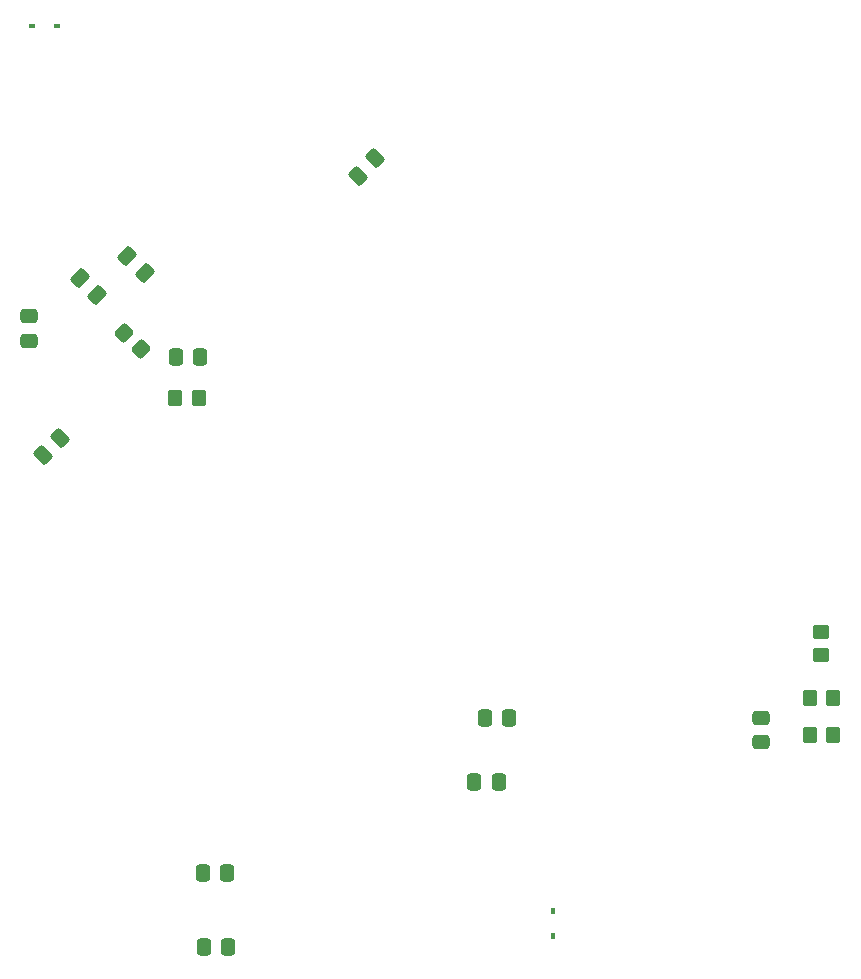
<source format=gbr>
%TF.GenerationSoftware,KiCad,Pcbnew,(6.0.4)*%
%TF.CreationDate,2023-03-10T14:52:47-05:00*%
%TF.ProjectId,cc_pcbRedo,63635f70-6362-4526-9564-6f2e6b696361,rev?*%
%TF.SameCoordinates,Original*%
%TF.FileFunction,Paste,Bot*%
%TF.FilePolarity,Positive*%
%FSLAX46Y46*%
G04 Gerber Fmt 4.6, Leading zero omitted, Abs format (unit mm)*
G04 Created by KiCad (PCBNEW (6.0.4)) date 2023-03-10 14:52:47*
%MOMM*%
%LPD*%
G01*
G04 APERTURE LIST*
G04 Aperture macros list*
%AMRoundRect*
0 Rectangle with rounded corners*
0 $1 Rounding radius*
0 $2 $3 $4 $5 $6 $7 $8 $9 X,Y pos of 4 corners*
0 Add a 4 corners polygon primitive as box body*
4,1,4,$2,$3,$4,$5,$6,$7,$8,$9,$2,$3,0*
0 Add four circle primitives for the rounded corners*
1,1,$1+$1,$2,$3*
1,1,$1+$1,$4,$5*
1,1,$1+$1,$6,$7*
1,1,$1+$1,$8,$9*
0 Add four rect primitives between the rounded corners*
20,1,$1+$1,$2,$3,$4,$5,0*
20,1,$1+$1,$4,$5,$6,$7,0*
20,1,$1+$1,$6,$7,$8,$9,0*
20,1,$1+$1,$8,$9,$2,$3,0*%
G04 Aperture macros list end*
%ADD10RoundRect,0.250000X-0.574524X-0.097227X-0.097227X-0.574524X0.574524X0.097227X0.097227X0.574524X0*%
%ADD11RoundRect,0.250000X0.565685X0.070711X0.070711X0.565685X-0.565685X-0.070711X-0.070711X-0.565685X0*%
%ADD12RoundRect,0.250000X-0.337500X-0.475000X0.337500X-0.475000X0.337500X0.475000X-0.337500X0.475000X0*%
%ADD13R,0.600000X0.450000*%
%ADD14RoundRect,0.250000X0.475000X-0.337500X0.475000X0.337500X-0.475000X0.337500X-0.475000X-0.337500X0*%
%ADD15RoundRect,0.250000X0.337500X0.475000X-0.337500X0.475000X-0.337500X-0.475000X0.337500X-0.475000X0*%
%ADD16RoundRect,0.250000X0.350000X0.450000X-0.350000X0.450000X-0.350000X-0.450000X0.350000X-0.450000X0*%
%ADD17RoundRect,0.250000X-0.350000X-0.450000X0.350000X-0.450000X0.350000X0.450000X-0.350000X0.450000X0*%
%ADD18R,0.450000X0.600000*%
%ADD19RoundRect,0.250000X-0.475000X0.337500X-0.475000X-0.337500X0.475000X-0.337500X0.475000X0.337500X0*%
%ADD20RoundRect,0.250000X0.097227X-0.574524X0.574524X-0.097227X-0.097227X0.574524X-0.574524X0.097227X0*%
%ADD21RoundRect,0.250000X-0.450000X0.350000X-0.450000X-0.350000X0.450000X-0.350000X0.450000X0.350000X0*%
G04 APERTURE END LIST*
D10*
%TO.C,C2*%
X121787138Y-68598801D03*
X123254384Y-70066047D03*
%TD*%
D11*
%TO.C,FB1*%
X126995907Y-74646507D03*
X125581693Y-73232293D03*
%TD*%
D12*
%TO.C,C9*%
X156086900Y-105867200D03*
X158161900Y-105867200D03*
%TD*%
D13*
%TO.C,D8*%
X117796600Y-47269400D03*
X119896600Y-47269400D03*
%TD*%
D14*
%TO.C,C16*%
X179476400Y-107895300D03*
X179476400Y-105820300D03*
%TD*%
D15*
%TO.C,C1*%
X131991061Y-75276024D03*
X129916061Y-75276024D03*
%TD*%
D16*
%TO.C,R28*%
X185607200Y-107289600D03*
X183607200Y-107289600D03*
%TD*%
D10*
%TO.C,C5*%
X125825738Y-66744601D03*
X127292984Y-68211847D03*
%TD*%
D12*
%TO.C,C6*%
X132210900Y-118948200D03*
X134285900Y-118948200D03*
%TD*%
D17*
%TO.C,R20*%
X183607200Y-104114600D03*
X185607200Y-104114600D03*
%TD*%
D18*
%TO.C,D9*%
X161848800Y-122216200D03*
X161848800Y-124316200D03*
%TD*%
D12*
%TO.C,C7*%
X132312500Y-125247400D03*
X134387500Y-125247400D03*
%TD*%
D19*
%TO.C,C3*%
X117516961Y-71825524D03*
X117516961Y-73900524D03*
%TD*%
D20*
%TO.C,C4*%
X118688338Y-83578847D03*
X120155584Y-82111601D03*
%TD*%
%TO.C,C15*%
X145367177Y-59941023D03*
X146834423Y-58473777D03*
%TD*%
D21*
%TO.C,R19*%
X184581800Y-98542600D03*
X184581800Y-100542600D03*
%TD*%
D17*
%TO.C,R14*%
X129886759Y-78730424D03*
X131886759Y-78730424D03*
%TD*%
D12*
%TO.C,C10*%
X155197900Y-111302800D03*
X157272900Y-111302800D03*
%TD*%
M02*

</source>
